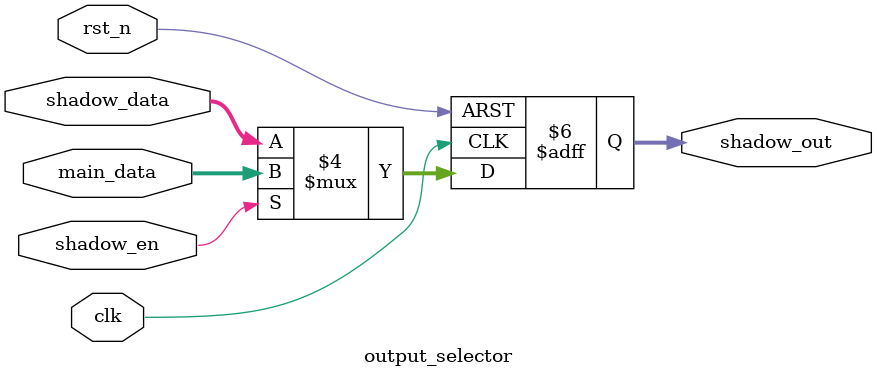
<source format=sv>
module async_shadow_reg #(
    parameter WIDTH = 16
)(
    input wire clk,
    input wire rst_n,
    input wire [WIDTH-1:0] data_in,
    input wire shadow_en,
    output wire [WIDTH-1:0] shadow_out
);
    // Internal connection signals
    wire [WIDTH-1:0] data_capture_out;
    wire [WIDTH-1:0] main_data_out;
    wire [WIDTH-1:0] shadow_storage_out;
    
    // Instantiate data capture pipeline stage
    data_capture_stage #(
        .WIDTH(WIDTH)
    ) u_data_capture (
        .clk(clk),
        .rst_n(rst_n),
        .data_in(data_in),
        .data_out(data_capture_out)
    );
    
    // Instantiate main data processing stage
    main_data_stage #(
        .WIDTH(WIDTH)
    ) u_main_data (
        .clk(clk),
        .rst_n(rst_n),
        .data_in(data_capture_out),
        .data_out(main_data_out)
    );
    
    // Instantiate shadow storage stage
    shadow_storage_stage #(
        .WIDTH(WIDTH)
    ) u_shadow_storage (
        .clk(clk),
        .rst_n(rst_n),
        .data_in(main_data_out),
        .shadow_en(shadow_en),
        .data_out(shadow_storage_out)
    );
    
    // Instantiate output selection logic
    output_selector #(
        .WIDTH(WIDTH)
    ) u_output_selector (
        .clk(clk),
        .rst_n(rst_n),
        .main_data(main_data_out),
        .shadow_data(shadow_storage_out),
        .shadow_en(shadow_en),
        .shadow_out(shadow_out)
    );
    
endmodule

// Stage 1: Data capture module
module data_capture_stage #(
    parameter WIDTH = 16
)(
    input wire clk,
    input wire rst_n,
    input wire [WIDTH-1:0] data_in,
    output reg [WIDTH-1:0] data_out
);
    // Register input data with reset
    always @(posedge clk or negedge rst_n) begin
        if (!rst_n)
            data_out <= {WIDTH{1'b0}};
        else
            data_out <= data_in;
    end
endmodule

// Stage 2: Main data processing module
module main_data_stage #(
    parameter WIDTH = 16
)(
    input wire clk,
    input wire rst_n,
    input wire [WIDTH-1:0] data_in,
    output reg [WIDTH-1:0] data_out
);
    // Process and register data with reset
    always @(posedge clk or negedge rst_n) begin
        if (!rst_n)
            data_out <= {WIDTH{1'b0}};
        else
            data_out <= data_in;
    end
endmodule

// Stage 3: Shadow storage module
module shadow_storage_stage #(
    parameter WIDTH = 16
)(
    input wire clk,
    input wire rst_n,
    input wire [WIDTH-1:0] data_in,
    input wire shadow_en,
    output reg [WIDTH-1:0] data_out
);
    // Store shadow value when enabled
    always @(posedge clk or negedge rst_n) begin
        if (!rst_n)
            data_out <= {WIDTH{1'b0}};
        else if (shadow_en)
            data_out <= data_in;
    end
endmodule

// Output selection logic module
module output_selector #(
    parameter WIDTH = 16
)(
    input wire clk,
    input wire rst_n,
    input wire [WIDTH-1:0] main_data,
    input wire [WIDTH-1:0] shadow_data,
    input wire shadow_en,
    output reg [WIDTH-1:0] shadow_out
);
    // Select and register output with improved timing
    always @(posedge clk or negedge rst_n) begin
        if (!rst_n)
            shadow_out <= {WIDTH{1'b0}};
        else if (shadow_en)
            shadow_out <= main_data;
        else
            shadow_out <= shadow_data;
    end
endmodule
</source>
